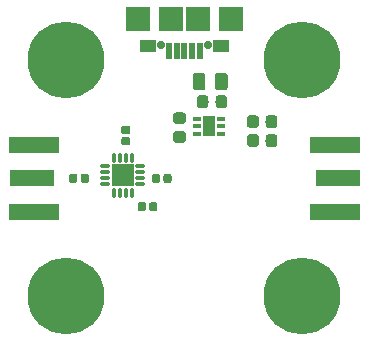
<source format=gbr>
G04 #@! TF.GenerationSoftware,KiCad,Pcbnew,(5.1.2)-1*
G04 #@! TF.CreationDate,2019-06-19T11:16:05+10:00*
G04 #@! TF.ProjectId,Ecal,4563616c-2e6b-4696-9361-645f70636258,rev?*
G04 #@! TF.SameCoordinates,Original*
G04 #@! TF.FileFunction,Soldermask,Top*
G04 #@! TF.FilePolarity,Negative*
%FSLAX46Y46*%
G04 Gerber Fmt 4.6, Leading zero omitted, Abs format (unit mm)*
G04 Created by KiCad (PCBNEW (5.1.2)-1) date 2019-06-19 11:16:05*
%MOMM*%
%LPD*%
G04 APERTURE LIST*
%ADD10R,1.902000X1.902000*%
%ADD11O,0.402000X0.852000*%
%ADD12O,0.852000X0.402000*%
%ADD13R,1.102000X1.702000*%
%ADD14R,0.752000X0.452000*%
%ADD15C,0.100000*%
%ADD16C,0.692000*%
%ADD17C,0.977000*%
%ADD18R,4.302000X1.452000*%
%ADD19R,3.702000X1.372000*%
%ADD20R,0.502000X1.452000*%
%ADD21C,0.702000*%
%ADD22R,1.452000X1.102000*%
%ADD23R,2.002000X2.002000*%
%ADD24C,0.902000*%
%ADD25C,6.502000*%
%ADD26C,1.077000*%
G04 APERTURE END LIST*
D10*
X94800000Y-119750000D03*
D11*
X95550000Y-121225000D03*
X95050000Y-121225000D03*
X94550000Y-121225000D03*
X94050000Y-121225000D03*
D12*
X93325000Y-120500000D03*
X93325000Y-120000000D03*
X93325000Y-119500000D03*
X93325000Y-119000000D03*
D11*
X94050000Y-118275000D03*
X94550000Y-118275000D03*
X95050000Y-118275000D03*
X95550000Y-118275000D03*
D12*
X96275000Y-119000000D03*
X96275000Y-119500000D03*
X96275000Y-120000000D03*
X96275000Y-120500000D03*
D13*
X102100000Y-115600000D03*
D14*
X103150000Y-114950000D03*
X103150000Y-115600000D03*
X103150000Y-116250000D03*
X101050000Y-116250000D03*
X101050000Y-115600000D03*
X101050000Y-114950000D03*
D15*
G36*
X95264957Y-115554833D02*
G01*
X95281751Y-115557324D01*
X95298219Y-115561449D01*
X95314204Y-115567169D01*
X95329552Y-115574428D01*
X95344114Y-115583156D01*
X95357750Y-115593269D01*
X95370329Y-115604671D01*
X95381731Y-115617250D01*
X95391844Y-115630886D01*
X95400572Y-115645448D01*
X95407831Y-115660796D01*
X95413551Y-115676781D01*
X95417676Y-115693249D01*
X95420167Y-115710043D01*
X95421000Y-115727000D01*
X95421000Y-116073000D01*
X95420167Y-116089957D01*
X95417676Y-116106751D01*
X95413551Y-116123219D01*
X95407831Y-116139204D01*
X95400572Y-116154552D01*
X95391844Y-116169114D01*
X95381731Y-116182750D01*
X95370329Y-116195329D01*
X95357750Y-116206731D01*
X95344114Y-116216844D01*
X95329552Y-116225572D01*
X95314204Y-116232831D01*
X95298219Y-116238551D01*
X95281751Y-116242676D01*
X95264957Y-116245167D01*
X95248000Y-116246000D01*
X94852000Y-116246000D01*
X94835043Y-116245167D01*
X94818249Y-116242676D01*
X94801781Y-116238551D01*
X94785796Y-116232831D01*
X94770448Y-116225572D01*
X94755886Y-116216844D01*
X94742250Y-116206731D01*
X94729671Y-116195329D01*
X94718269Y-116182750D01*
X94708156Y-116169114D01*
X94699428Y-116154552D01*
X94692169Y-116139204D01*
X94686449Y-116123219D01*
X94682324Y-116106751D01*
X94679833Y-116089957D01*
X94679000Y-116073000D01*
X94679000Y-115727000D01*
X94679833Y-115710043D01*
X94682324Y-115693249D01*
X94686449Y-115676781D01*
X94692169Y-115660796D01*
X94699428Y-115645448D01*
X94708156Y-115630886D01*
X94718269Y-115617250D01*
X94729671Y-115604671D01*
X94742250Y-115593269D01*
X94755886Y-115583156D01*
X94770448Y-115574428D01*
X94785796Y-115567169D01*
X94801781Y-115561449D01*
X94818249Y-115557324D01*
X94835043Y-115554833D01*
X94852000Y-115554000D01*
X95248000Y-115554000D01*
X95264957Y-115554833D01*
X95264957Y-115554833D01*
G37*
D16*
X95050000Y-115900000D03*
D15*
G36*
X95264957Y-116524833D02*
G01*
X95281751Y-116527324D01*
X95298219Y-116531449D01*
X95314204Y-116537169D01*
X95329552Y-116544428D01*
X95344114Y-116553156D01*
X95357750Y-116563269D01*
X95370329Y-116574671D01*
X95381731Y-116587250D01*
X95391844Y-116600886D01*
X95400572Y-116615448D01*
X95407831Y-116630796D01*
X95413551Y-116646781D01*
X95417676Y-116663249D01*
X95420167Y-116680043D01*
X95421000Y-116697000D01*
X95421000Y-117043000D01*
X95420167Y-117059957D01*
X95417676Y-117076751D01*
X95413551Y-117093219D01*
X95407831Y-117109204D01*
X95400572Y-117124552D01*
X95391844Y-117139114D01*
X95381731Y-117152750D01*
X95370329Y-117165329D01*
X95357750Y-117176731D01*
X95344114Y-117186844D01*
X95329552Y-117195572D01*
X95314204Y-117202831D01*
X95298219Y-117208551D01*
X95281751Y-117212676D01*
X95264957Y-117215167D01*
X95248000Y-117216000D01*
X94852000Y-117216000D01*
X94835043Y-117215167D01*
X94818249Y-117212676D01*
X94801781Y-117208551D01*
X94785796Y-117202831D01*
X94770448Y-117195572D01*
X94755886Y-117186844D01*
X94742250Y-117176731D01*
X94729671Y-117165329D01*
X94718269Y-117152750D01*
X94708156Y-117139114D01*
X94699428Y-117124552D01*
X94692169Y-117109204D01*
X94686449Y-117093219D01*
X94682324Y-117076751D01*
X94679833Y-117059957D01*
X94679000Y-117043000D01*
X94679000Y-116697000D01*
X94679833Y-116680043D01*
X94682324Y-116663249D01*
X94686449Y-116646781D01*
X94692169Y-116630796D01*
X94699428Y-116615448D01*
X94708156Y-116600886D01*
X94718269Y-116587250D01*
X94729671Y-116574671D01*
X94742250Y-116563269D01*
X94755886Y-116553156D01*
X94770448Y-116544428D01*
X94785796Y-116537169D01*
X94801781Y-116531449D01*
X94818249Y-116527324D01*
X94835043Y-116524833D01*
X94852000Y-116524000D01*
X95248000Y-116524000D01*
X95264957Y-116524833D01*
X95264957Y-116524833D01*
G37*
D16*
X95050000Y-116870000D03*
D15*
G36*
X107655691Y-116275176D02*
G01*
X107679401Y-116278693D01*
X107702652Y-116284517D01*
X107725220Y-116292592D01*
X107746889Y-116302841D01*
X107767448Y-116315164D01*
X107786701Y-116329442D01*
X107804461Y-116345539D01*
X107820558Y-116363299D01*
X107834836Y-116382552D01*
X107847159Y-116403111D01*
X107857408Y-116424780D01*
X107865483Y-116447348D01*
X107871307Y-116470599D01*
X107874824Y-116494309D01*
X107876000Y-116518250D01*
X107876000Y-117081750D01*
X107874824Y-117105691D01*
X107871307Y-117129401D01*
X107865483Y-117152652D01*
X107857408Y-117175220D01*
X107847159Y-117196889D01*
X107834836Y-117217448D01*
X107820558Y-117236701D01*
X107804461Y-117254461D01*
X107786701Y-117270558D01*
X107767448Y-117284836D01*
X107746889Y-117297159D01*
X107725220Y-117307408D01*
X107702652Y-117315483D01*
X107679401Y-117321307D01*
X107655691Y-117324824D01*
X107631750Y-117326000D01*
X107143250Y-117326000D01*
X107119309Y-117324824D01*
X107095599Y-117321307D01*
X107072348Y-117315483D01*
X107049780Y-117307408D01*
X107028111Y-117297159D01*
X107007552Y-117284836D01*
X106988299Y-117270558D01*
X106970539Y-117254461D01*
X106954442Y-117236701D01*
X106940164Y-117217448D01*
X106927841Y-117196889D01*
X106917592Y-117175220D01*
X106909517Y-117152652D01*
X106903693Y-117129401D01*
X106900176Y-117105691D01*
X106899000Y-117081750D01*
X106899000Y-116518250D01*
X106900176Y-116494309D01*
X106903693Y-116470599D01*
X106909517Y-116447348D01*
X106917592Y-116424780D01*
X106927841Y-116403111D01*
X106940164Y-116382552D01*
X106954442Y-116363299D01*
X106970539Y-116345539D01*
X106988299Y-116329442D01*
X107007552Y-116315164D01*
X107028111Y-116302841D01*
X107049780Y-116292592D01*
X107072348Y-116284517D01*
X107095599Y-116278693D01*
X107119309Y-116275176D01*
X107143250Y-116274000D01*
X107631750Y-116274000D01*
X107655691Y-116275176D01*
X107655691Y-116275176D01*
G37*
D17*
X107387500Y-116800000D03*
D15*
G36*
X106080691Y-116275176D02*
G01*
X106104401Y-116278693D01*
X106127652Y-116284517D01*
X106150220Y-116292592D01*
X106171889Y-116302841D01*
X106192448Y-116315164D01*
X106211701Y-116329442D01*
X106229461Y-116345539D01*
X106245558Y-116363299D01*
X106259836Y-116382552D01*
X106272159Y-116403111D01*
X106282408Y-116424780D01*
X106290483Y-116447348D01*
X106296307Y-116470599D01*
X106299824Y-116494309D01*
X106301000Y-116518250D01*
X106301000Y-117081750D01*
X106299824Y-117105691D01*
X106296307Y-117129401D01*
X106290483Y-117152652D01*
X106282408Y-117175220D01*
X106272159Y-117196889D01*
X106259836Y-117217448D01*
X106245558Y-117236701D01*
X106229461Y-117254461D01*
X106211701Y-117270558D01*
X106192448Y-117284836D01*
X106171889Y-117297159D01*
X106150220Y-117307408D01*
X106127652Y-117315483D01*
X106104401Y-117321307D01*
X106080691Y-117324824D01*
X106056750Y-117326000D01*
X105568250Y-117326000D01*
X105544309Y-117324824D01*
X105520599Y-117321307D01*
X105497348Y-117315483D01*
X105474780Y-117307408D01*
X105453111Y-117297159D01*
X105432552Y-117284836D01*
X105413299Y-117270558D01*
X105395539Y-117254461D01*
X105379442Y-117236701D01*
X105365164Y-117217448D01*
X105352841Y-117196889D01*
X105342592Y-117175220D01*
X105334517Y-117152652D01*
X105328693Y-117129401D01*
X105325176Y-117105691D01*
X105324000Y-117081750D01*
X105324000Y-116518250D01*
X105325176Y-116494309D01*
X105328693Y-116470599D01*
X105334517Y-116447348D01*
X105342592Y-116424780D01*
X105352841Y-116403111D01*
X105365164Y-116382552D01*
X105379442Y-116363299D01*
X105395539Y-116345539D01*
X105413299Y-116329442D01*
X105432552Y-116315164D01*
X105453111Y-116302841D01*
X105474780Y-116292592D01*
X105497348Y-116284517D01*
X105520599Y-116278693D01*
X105544309Y-116275176D01*
X105568250Y-116274000D01*
X106056750Y-116274000D01*
X106080691Y-116275176D01*
X106080691Y-116275176D01*
G37*
D17*
X105812500Y-116800000D03*
D18*
X112800000Y-122825000D03*
X112800000Y-117175000D03*
D19*
X113000000Y-120000000D03*
D18*
X87300000Y-117175000D03*
X87300000Y-122825000D03*
D19*
X87100000Y-120000000D03*
D20*
X100650000Y-109225000D03*
X101300000Y-109225000D03*
X99350000Y-109225000D03*
X98700000Y-109225000D03*
D21*
X98000000Y-108680000D03*
X102000000Y-108680000D03*
D20*
X100000000Y-109225000D03*
D22*
X103100000Y-108800000D03*
X96900000Y-108800000D03*
D23*
X96050000Y-106550000D03*
X103950000Y-106550000D03*
X101150000Y-106550000D03*
X98850000Y-106550000D03*
D24*
X111697056Y-128302944D03*
X110000000Y-127600000D03*
X108302944Y-128302944D03*
X107600000Y-130000000D03*
X108302944Y-131697056D03*
X110000000Y-132400000D03*
X111697056Y-131697056D03*
X112400000Y-130000000D03*
D25*
X110000000Y-130000000D03*
D24*
X91697056Y-128302944D03*
X90000000Y-127600000D03*
X88302944Y-128302944D03*
X87600000Y-130000000D03*
X88302944Y-131697056D03*
X90000000Y-132400000D03*
X91697056Y-131697056D03*
X92400000Y-130000000D03*
D25*
X90000000Y-130000000D03*
D24*
X91697056Y-108302944D03*
X90000000Y-107600000D03*
X88302944Y-108302944D03*
X87600000Y-110000000D03*
X88302944Y-111697056D03*
X90000000Y-112400000D03*
X91697056Y-111697056D03*
X92400000Y-110000000D03*
D25*
X90000000Y-110000000D03*
D24*
X111697056Y-108302944D03*
X110000000Y-107600000D03*
X108302944Y-108302944D03*
X107600000Y-110000000D03*
X108302944Y-111697056D03*
X110000000Y-112400000D03*
X111697056Y-111697056D03*
X112400000Y-110000000D03*
D25*
X110000000Y-110000000D03*
D15*
G36*
X101558141Y-111050297D02*
G01*
X101584278Y-111054174D01*
X101609909Y-111060594D01*
X101634788Y-111069495D01*
X101658674Y-111080793D01*
X101681337Y-111094377D01*
X101702560Y-111110117D01*
X101722139Y-111127861D01*
X101739883Y-111147440D01*
X101755623Y-111168663D01*
X101769207Y-111191326D01*
X101780505Y-111215212D01*
X101789406Y-111240091D01*
X101795826Y-111265722D01*
X101799703Y-111291859D01*
X101801000Y-111318250D01*
X101801000Y-112281750D01*
X101799703Y-112308141D01*
X101795826Y-112334278D01*
X101789406Y-112359909D01*
X101780505Y-112384788D01*
X101769207Y-112408674D01*
X101755623Y-112431337D01*
X101739883Y-112452560D01*
X101722139Y-112472139D01*
X101702560Y-112489883D01*
X101681337Y-112505623D01*
X101658674Y-112519207D01*
X101634788Y-112530505D01*
X101609909Y-112539406D01*
X101584278Y-112545826D01*
X101558141Y-112549703D01*
X101531750Y-112551000D01*
X100993250Y-112551000D01*
X100966859Y-112549703D01*
X100940722Y-112545826D01*
X100915091Y-112539406D01*
X100890212Y-112530505D01*
X100866326Y-112519207D01*
X100843663Y-112505623D01*
X100822440Y-112489883D01*
X100802861Y-112472139D01*
X100785117Y-112452560D01*
X100769377Y-112431337D01*
X100755793Y-112408674D01*
X100744495Y-112384788D01*
X100735594Y-112359909D01*
X100729174Y-112334278D01*
X100725297Y-112308141D01*
X100724000Y-112281750D01*
X100724000Y-111318250D01*
X100725297Y-111291859D01*
X100729174Y-111265722D01*
X100735594Y-111240091D01*
X100744495Y-111215212D01*
X100755793Y-111191326D01*
X100769377Y-111168663D01*
X100785117Y-111147440D01*
X100802861Y-111127861D01*
X100822440Y-111110117D01*
X100843663Y-111094377D01*
X100866326Y-111080793D01*
X100890212Y-111069495D01*
X100915091Y-111060594D01*
X100940722Y-111054174D01*
X100966859Y-111050297D01*
X100993250Y-111049000D01*
X101531750Y-111049000D01*
X101558141Y-111050297D01*
X101558141Y-111050297D01*
G37*
D26*
X101262500Y-111800000D03*
D15*
G36*
X103433141Y-111050297D02*
G01*
X103459278Y-111054174D01*
X103484909Y-111060594D01*
X103509788Y-111069495D01*
X103533674Y-111080793D01*
X103556337Y-111094377D01*
X103577560Y-111110117D01*
X103597139Y-111127861D01*
X103614883Y-111147440D01*
X103630623Y-111168663D01*
X103644207Y-111191326D01*
X103655505Y-111215212D01*
X103664406Y-111240091D01*
X103670826Y-111265722D01*
X103674703Y-111291859D01*
X103676000Y-111318250D01*
X103676000Y-112281750D01*
X103674703Y-112308141D01*
X103670826Y-112334278D01*
X103664406Y-112359909D01*
X103655505Y-112384788D01*
X103644207Y-112408674D01*
X103630623Y-112431337D01*
X103614883Y-112452560D01*
X103597139Y-112472139D01*
X103577560Y-112489883D01*
X103556337Y-112505623D01*
X103533674Y-112519207D01*
X103509788Y-112530505D01*
X103484909Y-112539406D01*
X103459278Y-112545826D01*
X103433141Y-112549703D01*
X103406750Y-112551000D01*
X102868250Y-112551000D01*
X102841859Y-112549703D01*
X102815722Y-112545826D01*
X102790091Y-112539406D01*
X102765212Y-112530505D01*
X102741326Y-112519207D01*
X102718663Y-112505623D01*
X102697440Y-112489883D01*
X102677861Y-112472139D01*
X102660117Y-112452560D01*
X102644377Y-112431337D01*
X102630793Y-112408674D01*
X102619495Y-112384788D01*
X102610594Y-112359909D01*
X102604174Y-112334278D01*
X102600297Y-112308141D01*
X102599000Y-112281750D01*
X102599000Y-111318250D01*
X102600297Y-111291859D01*
X102604174Y-111265722D01*
X102610594Y-111240091D01*
X102619495Y-111215212D01*
X102630793Y-111191326D01*
X102644377Y-111168663D01*
X102660117Y-111147440D01*
X102677861Y-111127861D01*
X102697440Y-111110117D01*
X102718663Y-111094377D01*
X102741326Y-111080793D01*
X102765212Y-111069495D01*
X102790091Y-111060594D01*
X102815722Y-111054174D01*
X102841859Y-111050297D01*
X102868250Y-111049000D01*
X103406750Y-111049000D01*
X103433141Y-111050297D01*
X103433141Y-111050297D01*
G37*
D26*
X103137500Y-111800000D03*
D15*
G36*
X107655691Y-114675176D02*
G01*
X107679401Y-114678693D01*
X107702652Y-114684517D01*
X107725220Y-114692592D01*
X107746889Y-114702841D01*
X107767448Y-114715164D01*
X107786701Y-114729442D01*
X107804461Y-114745539D01*
X107820558Y-114763299D01*
X107834836Y-114782552D01*
X107847159Y-114803111D01*
X107857408Y-114824780D01*
X107865483Y-114847348D01*
X107871307Y-114870599D01*
X107874824Y-114894309D01*
X107876000Y-114918250D01*
X107876000Y-115481750D01*
X107874824Y-115505691D01*
X107871307Y-115529401D01*
X107865483Y-115552652D01*
X107857408Y-115575220D01*
X107847159Y-115596889D01*
X107834836Y-115617448D01*
X107820558Y-115636701D01*
X107804461Y-115654461D01*
X107786701Y-115670558D01*
X107767448Y-115684836D01*
X107746889Y-115697159D01*
X107725220Y-115707408D01*
X107702652Y-115715483D01*
X107679401Y-115721307D01*
X107655691Y-115724824D01*
X107631750Y-115726000D01*
X107143250Y-115726000D01*
X107119309Y-115724824D01*
X107095599Y-115721307D01*
X107072348Y-115715483D01*
X107049780Y-115707408D01*
X107028111Y-115697159D01*
X107007552Y-115684836D01*
X106988299Y-115670558D01*
X106970539Y-115654461D01*
X106954442Y-115636701D01*
X106940164Y-115617448D01*
X106927841Y-115596889D01*
X106917592Y-115575220D01*
X106909517Y-115552652D01*
X106903693Y-115529401D01*
X106900176Y-115505691D01*
X106899000Y-115481750D01*
X106899000Y-114918250D01*
X106900176Y-114894309D01*
X106903693Y-114870599D01*
X106909517Y-114847348D01*
X106917592Y-114824780D01*
X106927841Y-114803111D01*
X106940164Y-114782552D01*
X106954442Y-114763299D01*
X106970539Y-114745539D01*
X106988299Y-114729442D01*
X107007552Y-114715164D01*
X107028111Y-114702841D01*
X107049780Y-114692592D01*
X107072348Y-114684517D01*
X107095599Y-114678693D01*
X107119309Y-114675176D01*
X107143250Y-114674000D01*
X107631750Y-114674000D01*
X107655691Y-114675176D01*
X107655691Y-114675176D01*
G37*
D17*
X107387500Y-115200000D03*
D15*
G36*
X106080691Y-114675176D02*
G01*
X106104401Y-114678693D01*
X106127652Y-114684517D01*
X106150220Y-114692592D01*
X106171889Y-114702841D01*
X106192448Y-114715164D01*
X106211701Y-114729442D01*
X106229461Y-114745539D01*
X106245558Y-114763299D01*
X106259836Y-114782552D01*
X106272159Y-114803111D01*
X106282408Y-114824780D01*
X106290483Y-114847348D01*
X106296307Y-114870599D01*
X106299824Y-114894309D01*
X106301000Y-114918250D01*
X106301000Y-115481750D01*
X106299824Y-115505691D01*
X106296307Y-115529401D01*
X106290483Y-115552652D01*
X106282408Y-115575220D01*
X106272159Y-115596889D01*
X106259836Y-115617448D01*
X106245558Y-115636701D01*
X106229461Y-115654461D01*
X106211701Y-115670558D01*
X106192448Y-115684836D01*
X106171889Y-115697159D01*
X106150220Y-115707408D01*
X106127652Y-115715483D01*
X106104401Y-115721307D01*
X106080691Y-115724824D01*
X106056750Y-115726000D01*
X105568250Y-115726000D01*
X105544309Y-115724824D01*
X105520599Y-115721307D01*
X105497348Y-115715483D01*
X105474780Y-115707408D01*
X105453111Y-115697159D01*
X105432552Y-115684836D01*
X105413299Y-115670558D01*
X105395539Y-115654461D01*
X105379442Y-115636701D01*
X105365164Y-115617448D01*
X105352841Y-115596889D01*
X105342592Y-115575220D01*
X105334517Y-115552652D01*
X105328693Y-115529401D01*
X105325176Y-115505691D01*
X105324000Y-115481750D01*
X105324000Y-114918250D01*
X105325176Y-114894309D01*
X105328693Y-114870599D01*
X105334517Y-114847348D01*
X105342592Y-114824780D01*
X105352841Y-114803111D01*
X105365164Y-114782552D01*
X105379442Y-114763299D01*
X105395539Y-114745539D01*
X105413299Y-114729442D01*
X105432552Y-114715164D01*
X105453111Y-114702841D01*
X105474780Y-114692592D01*
X105497348Y-114684517D01*
X105520599Y-114678693D01*
X105544309Y-114675176D01*
X105568250Y-114674000D01*
X106056750Y-114674000D01*
X106080691Y-114675176D01*
X106080691Y-114675176D01*
G37*
D17*
X105812500Y-115200000D03*
D15*
G36*
X96604957Y-122029833D02*
G01*
X96621751Y-122032324D01*
X96638219Y-122036449D01*
X96654204Y-122042169D01*
X96669552Y-122049428D01*
X96684114Y-122058156D01*
X96697750Y-122068269D01*
X96710329Y-122079671D01*
X96721731Y-122092250D01*
X96731844Y-122105886D01*
X96740572Y-122120448D01*
X96747831Y-122135796D01*
X96753551Y-122151781D01*
X96757676Y-122168249D01*
X96760167Y-122185043D01*
X96761000Y-122202000D01*
X96761000Y-122598000D01*
X96760167Y-122614957D01*
X96757676Y-122631751D01*
X96753551Y-122648219D01*
X96747831Y-122664204D01*
X96740572Y-122679552D01*
X96731844Y-122694114D01*
X96721731Y-122707750D01*
X96710329Y-122720329D01*
X96697750Y-122731731D01*
X96684114Y-122741844D01*
X96669552Y-122750572D01*
X96654204Y-122757831D01*
X96638219Y-122763551D01*
X96621751Y-122767676D01*
X96604957Y-122770167D01*
X96588000Y-122771000D01*
X96242000Y-122771000D01*
X96225043Y-122770167D01*
X96208249Y-122767676D01*
X96191781Y-122763551D01*
X96175796Y-122757831D01*
X96160448Y-122750572D01*
X96145886Y-122741844D01*
X96132250Y-122731731D01*
X96119671Y-122720329D01*
X96108269Y-122707750D01*
X96098156Y-122694114D01*
X96089428Y-122679552D01*
X96082169Y-122664204D01*
X96076449Y-122648219D01*
X96072324Y-122631751D01*
X96069833Y-122614957D01*
X96069000Y-122598000D01*
X96069000Y-122202000D01*
X96069833Y-122185043D01*
X96072324Y-122168249D01*
X96076449Y-122151781D01*
X96082169Y-122135796D01*
X96089428Y-122120448D01*
X96098156Y-122105886D01*
X96108269Y-122092250D01*
X96119671Y-122079671D01*
X96132250Y-122068269D01*
X96145886Y-122058156D01*
X96160448Y-122049428D01*
X96175796Y-122042169D01*
X96191781Y-122036449D01*
X96208249Y-122032324D01*
X96225043Y-122029833D01*
X96242000Y-122029000D01*
X96588000Y-122029000D01*
X96604957Y-122029833D01*
X96604957Y-122029833D01*
G37*
D16*
X96415000Y-122400000D03*
D15*
G36*
X97574957Y-122029833D02*
G01*
X97591751Y-122032324D01*
X97608219Y-122036449D01*
X97624204Y-122042169D01*
X97639552Y-122049428D01*
X97654114Y-122058156D01*
X97667750Y-122068269D01*
X97680329Y-122079671D01*
X97691731Y-122092250D01*
X97701844Y-122105886D01*
X97710572Y-122120448D01*
X97717831Y-122135796D01*
X97723551Y-122151781D01*
X97727676Y-122168249D01*
X97730167Y-122185043D01*
X97731000Y-122202000D01*
X97731000Y-122598000D01*
X97730167Y-122614957D01*
X97727676Y-122631751D01*
X97723551Y-122648219D01*
X97717831Y-122664204D01*
X97710572Y-122679552D01*
X97701844Y-122694114D01*
X97691731Y-122707750D01*
X97680329Y-122720329D01*
X97667750Y-122731731D01*
X97654114Y-122741844D01*
X97639552Y-122750572D01*
X97624204Y-122757831D01*
X97608219Y-122763551D01*
X97591751Y-122767676D01*
X97574957Y-122770167D01*
X97558000Y-122771000D01*
X97212000Y-122771000D01*
X97195043Y-122770167D01*
X97178249Y-122767676D01*
X97161781Y-122763551D01*
X97145796Y-122757831D01*
X97130448Y-122750572D01*
X97115886Y-122741844D01*
X97102250Y-122731731D01*
X97089671Y-122720329D01*
X97078269Y-122707750D01*
X97068156Y-122694114D01*
X97059428Y-122679552D01*
X97052169Y-122664204D01*
X97046449Y-122648219D01*
X97042324Y-122631751D01*
X97039833Y-122614957D01*
X97039000Y-122598000D01*
X97039000Y-122202000D01*
X97039833Y-122185043D01*
X97042324Y-122168249D01*
X97046449Y-122151781D01*
X97052169Y-122135796D01*
X97059428Y-122120448D01*
X97068156Y-122105886D01*
X97078269Y-122092250D01*
X97089671Y-122079671D01*
X97102250Y-122068269D01*
X97115886Y-122058156D01*
X97130448Y-122049428D01*
X97145796Y-122042169D01*
X97161781Y-122036449D01*
X97178249Y-122032324D01*
X97195043Y-122029833D01*
X97212000Y-122029000D01*
X97558000Y-122029000D01*
X97574957Y-122029833D01*
X97574957Y-122029833D01*
G37*
D16*
X97385000Y-122400000D03*
D15*
G36*
X97804957Y-119629833D02*
G01*
X97821751Y-119632324D01*
X97838219Y-119636449D01*
X97854204Y-119642169D01*
X97869552Y-119649428D01*
X97884114Y-119658156D01*
X97897750Y-119668269D01*
X97910329Y-119679671D01*
X97921731Y-119692250D01*
X97931844Y-119705886D01*
X97940572Y-119720448D01*
X97947831Y-119735796D01*
X97953551Y-119751781D01*
X97957676Y-119768249D01*
X97960167Y-119785043D01*
X97961000Y-119802000D01*
X97961000Y-120198000D01*
X97960167Y-120214957D01*
X97957676Y-120231751D01*
X97953551Y-120248219D01*
X97947831Y-120264204D01*
X97940572Y-120279552D01*
X97931844Y-120294114D01*
X97921731Y-120307750D01*
X97910329Y-120320329D01*
X97897750Y-120331731D01*
X97884114Y-120341844D01*
X97869552Y-120350572D01*
X97854204Y-120357831D01*
X97838219Y-120363551D01*
X97821751Y-120367676D01*
X97804957Y-120370167D01*
X97788000Y-120371000D01*
X97442000Y-120371000D01*
X97425043Y-120370167D01*
X97408249Y-120367676D01*
X97391781Y-120363551D01*
X97375796Y-120357831D01*
X97360448Y-120350572D01*
X97345886Y-120341844D01*
X97332250Y-120331731D01*
X97319671Y-120320329D01*
X97308269Y-120307750D01*
X97298156Y-120294114D01*
X97289428Y-120279552D01*
X97282169Y-120264204D01*
X97276449Y-120248219D01*
X97272324Y-120231751D01*
X97269833Y-120214957D01*
X97269000Y-120198000D01*
X97269000Y-119802000D01*
X97269833Y-119785043D01*
X97272324Y-119768249D01*
X97276449Y-119751781D01*
X97282169Y-119735796D01*
X97289428Y-119720448D01*
X97298156Y-119705886D01*
X97308269Y-119692250D01*
X97319671Y-119679671D01*
X97332250Y-119668269D01*
X97345886Y-119658156D01*
X97360448Y-119649428D01*
X97375796Y-119642169D01*
X97391781Y-119636449D01*
X97408249Y-119632324D01*
X97425043Y-119629833D01*
X97442000Y-119629000D01*
X97788000Y-119629000D01*
X97804957Y-119629833D01*
X97804957Y-119629833D01*
G37*
D16*
X97615000Y-120000000D03*
D15*
G36*
X98774957Y-119629833D02*
G01*
X98791751Y-119632324D01*
X98808219Y-119636449D01*
X98824204Y-119642169D01*
X98839552Y-119649428D01*
X98854114Y-119658156D01*
X98867750Y-119668269D01*
X98880329Y-119679671D01*
X98891731Y-119692250D01*
X98901844Y-119705886D01*
X98910572Y-119720448D01*
X98917831Y-119735796D01*
X98923551Y-119751781D01*
X98927676Y-119768249D01*
X98930167Y-119785043D01*
X98931000Y-119802000D01*
X98931000Y-120198000D01*
X98930167Y-120214957D01*
X98927676Y-120231751D01*
X98923551Y-120248219D01*
X98917831Y-120264204D01*
X98910572Y-120279552D01*
X98901844Y-120294114D01*
X98891731Y-120307750D01*
X98880329Y-120320329D01*
X98867750Y-120331731D01*
X98854114Y-120341844D01*
X98839552Y-120350572D01*
X98824204Y-120357831D01*
X98808219Y-120363551D01*
X98791751Y-120367676D01*
X98774957Y-120370167D01*
X98758000Y-120371000D01*
X98412000Y-120371000D01*
X98395043Y-120370167D01*
X98378249Y-120367676D01*
X98361781Y-120363551D01*
X98345796Y-120357831D01*
X98330448Y-120350572D01*
X98315886Y-120341844D01*
X98302250Y-120331731D01*
X98289671Y-120320329D01*
X98278269Y-120307750D01*
X98268156Y-120294114D01*
X98259428Y-120279552D01*
X98252169Y-120264204D01*
X98246449Y-120248219D01*
X98242324Y-120231751D01*
X98239833Y-120214957D01*
X98239000Y-120198000D01*
X98239000Y-119802000D01*
X98239833Y-119785043D01*
X98242324Y-119768249D01*
X98246449Y-119751781D01*
X98252169Y-119735796D01*
X98259428Y-119720448D01*
X98268156Y-119705886D01*
X98278269Y-119692250D01*
X98289671Y-119679671D01*
X98302250Y-119668269D01*
X98315886Y-119658156D01*
X98330448Y-119649428D01*
X98345796Y-119642169D01*
X98361781Y-119636449D01*
X98378249Y-119632324D01*
X98395043Y-119629833D01*
X98412000Y-119629000D01*
X98758000Y-119629000D01*
X98774957Y-119629833D01*
X98774957Y-119629833D01*
G37*
D16*
X98585000Y-120000000D03*
D15*
G36*
X90804957Y-119629833D02*
G01*
X90821751Y-119632324D01*
X90838219Y-119636449D01*
X90854204Y-119642169D01*
X90869552Y-119649428D01*
X90884114Y-119658156D01*
X90897750Y-119668269D01*
X90910329Y-119679671D01*
X90921731Y-119692250D01*
X90931844Y-119705886D01*
X90940572Y-119720448D01*
X90947831Y-119735796D01*
X90953551Y-119751781D01*
X90957676Y-119768249D01*
X90960167Y-119785043D01*
X90961000Y-119802000D01*
X90961000Y-120198000D01*
X90960167Y-120214957D01*
X90957676Y-120231751D01*
X90953551Y-120248219D01*
X90947831Y-120264204D01*
X90940572Y-120279552D01*
X90931844Y-120294114D01*
X90921731Y-120307750D01*
X90910329Y-120320329D01*
X90897750Y-120331731D01*
X90884114Y-120341844D01*
X90869552Y-120350572D01*
X90854204Y-120357831D01*
X90838219Y-120363551D01*
X90821751Y-120367676D01*
X90804957Y-120370167D01*
X90788000Y-120371000D01*
X90442000Y-120371000D01*
X90425043Y-120370167D01*
X90408249Y-120367676D01*
X90391781Y-120363551D01*
X90375796Y-120357831D01*
X90360448Y-120350572D01*
X90345886Y-120341844D01*
X90332250Y-120331731D01*
X90319671Y-120320329D01*
X90308269Y-120307750D01*
X90298156Y-120294114D01*
X90289428Y-120279552D01*
X90282169Y-120264204D01*
X90276449Y-120248219D01*
X90272324Y-120231751D01*
X90269833Y-120214957D01*
X90269000Y-120198000D01*
X90269000Y-119802000D01*
X90269833Y-119785043D01*
X90272324Y-119768249D01*
X90276449Y-119751781D01*
X90282169Y-119735796D01*
X90289428Y-119720448D01*
X90298156Y-119705886D01*
X90308269Y-119692250D01*
X90319671Y-119679671D01*
X90332250Y-119668269D01*
X90345886Y-119658156D01*
X90360448Y-119649428D01*
X90375796Y-119642169D01*
X90391781Y-119636449D01*
X90408249Y-119632324D01*
X90425043Y-119629833D01*
X90442000Y-119629000D01*
X90788000Y-119629000D01*
X90804957Y-119629833D01*
X90804957Y-119629833D01*
G37*
D16*
X90615000Y-120000000D03*
D15*
G36*
X91774957Y-119629833D02*
G01*
X91791751Y-119632324D01*
X91808219Y-119636449D01*
X91824204Y-119642169D01*
X91839552Y-119649428D01*
X91854114Y-119658156D01*
X91867750Y-119668269D01*
X91880329Y-119679671D01*
X91891731Y-119692250D01*
X91901844Y-119705886D01*
X91910572Y-119720448D01*
X91917831Y-119735796D01*
X91923551Y-119751781D01*
X91927676Y-119768249D01*
X91930167Y-119785043D01*
X91931000Y-119802000D01*
X91931000Y-120198000D01*
X91930167Y-120214957D01*
X91927676Y-120231751D01*
X91923551Y-120248219D01*
X91917831Y-120264204D01*
X91910572Y-120279552D01*
X91901844Y-120294114D01*
X91891731Y-120307750D01*
X91880329Y-120320329D01*
X91867750Y-120331731D01*
X91854114Y-120341844D01*
X91839552Y-120350572D01*
X91824204Y-120357831D01*
X91808219Y-120363551D01*
X91791751Y-120367676D01*
X91774957Y-120370167D01*
X91758000Y-120371000D01*
X91412000Y-120371000D01*
X91395043Y-120370167D01*
X91378249Y-120367676D01*
X91361781Y-120363551D01*
X91345796Y-120357831D01*
X91330448Y-120350572D01*
X91315886Y-120341844D01*
X91302250Y-120331731D01*
X91289671Y-120320329D01*
X91278269Y-120307750D01*
X91268156Y-120294114D01*
X91259428Y-120279552D01*
X91252169Y-120264204D01*
X91246449Y-120248219D01*
X91242324Y-120231751D01*
X91239833Y-120214957D01*
X91239000Y-120198000D01*
X91239000Y-119802000D01*
X91239833Y-119785043D01*
X91242324Y-119768249D01*
X91246449Y-119751781D01*
X91252169Y-119735796D01*
X91259428Y-119720448D01*
X91268156Y-119705886D01*
X91278269Y-119692250D01*
X91289671Y-119679671D01*
X91302250Y-119668269D01*
X91315886Y-119658156D01*
X91330448Y-119649428D01*
X91345796Y-119642169D01*
X91361781Y-119636449D01*
X91378249Y-119632324D01*
X91395043Y-119629833D01*
X91412000Y-119629000D01*
X91758000Y-119629000D01*
X91774957Y-119629833D01*
X91774957Y-119629833D01*
G37*
D16*
X91585000Y-120000000D03*
D15*
G36*
X99905691Y-116000176D02*
G01*
X99929401Y-116003693D01*
X99952652Y-116009517D01*
X99975220Y-116017592D01*
X99996889Y-116027841D01*
X100017448Y-116040164D01*
X100036701Y-116054442D01*
X100054461Y-116070539D01*
X100070558Y-116088299D01*
X100084836Y-116107552D01*
X100097159Y-116128111D01*
X100107408Y-116149780D01*
X100115483Y-116172348D01*
X100121307Y-116195599D01*
X100124824Y-116219309D01*
X100126000Y-116243250D01*
X100126000Y-116731750D01*
X100124824Y-116755691D01*
X100121307Y-116779401D01*
X100115483Y-116802652D01*
X100107408Y-116825220D01*
X100097159Y-116846889D01*
X100084836Y-116867448D01*
X100070558Y-116886701D01*
X100054461Y-116904461D01*
X100036701Y-116920558D01*
X100017448Y-116934836D01*
X99996889Y-116947159D01*
X99975220Y-116957408D01*
X99952652Y-116965483D01*
X99929401Y-116971307D01*
X99905691Y-116974824D01*
X99881750Y-116976000D01*
X99318250Y-116976000D01*
X99294309Y-116974824D01*
X99270599Y-116971307D01*
X99247348Y-116965483D01*
X99224780Y-116957408D01*
X99203111Y-116947159D01*
X99182552Y-116934836D01*
X99163299Y-116920558D01*
X99145539Y-116904461D01*
X99129442Y-116886701D01*
X99115164Y-116867448D01*
X99102841Y-116846889D01*
X99092592Y-116825220D01*
X99084517Y-116802652D01*
X99078693Y-116779401D01*
X99075176Y-116755691D01*
X99074000Y-116731750D01*
X99074000Y-116243250D01*
X99075176Y-116219309D01*
X99078693Y-116195599D01*
X99084517Y-116172348D01*
X99092592Y-116149780D01*
X99102841Y-116128111D01*
X99115164Y-116107552D01*
X99129442Y-116088299D01*
X99145539Y-116070539D01*
X99163299Y-116054442D01*
X99182552Y-116040164D01*
X99203111Y-116027841D01*
X99224780Y-116017592D01*
X99247348Y-116009517D01*
X99270599Y-116003693D01*
X99294309Y-116000176D01*
X99318250Y-115999000D01*
X99881750Y-115999000D01*
X99905691Y-116000176D01*
X99905691Y-116000176D01*
G37*
D17*
X99600000Y-116487500D03*
D15*
G36*
X99905691Y-114425176D02*
G01*
X99929401Y-114428693D01*
X99952652Y-114434517D01*
X99975220Y-114442592D01*
X99996889Y-114452841D01*
X100017448Y-114465164D01*
X100036701Y-114479442D01*
X100054461Y-114495539D01*
X100070558Y-114513299D01*
X100084836Y-114532552D01*
X100097159Y-114553111D01*
X100107408Y-114574780D01*
X100115483Y-114597348D01*
X100121307Y-114620599D01*
X100124824Y-114644309D01*
X100126000Y-114668250D01*
X100126000Y-115156750D01*
X100124824Y-115180691D01*
X100121307Y-115204401D01*
X100115483Y-115227652D01*
X100107408Y-115250220D01*
X100097159Y-115271889D01*
X100084836Y-115292448D01*
X100070558Y-115311701D01*
X100054461Y-115329461D01*
X100036701Y-115345558D01*
X100017448Y-115359836D01*
X99996889Y-115372159D01*
X99975220Y-115382408D01*
X99952652Y-115390483D01*
X99929401Y-115396307D01*
X99905691Y-115399824D01*
X99881750Y-115401000D01*
X99318250Y-115401000D01*
X99294309Y-115399824D01*
X99270599Y-115396307D01*
X99247348Y-115390483D01*
X99224780Y-115382408D01*
X99203111Y-115372159D01*
X99182552Y-115359836D01*
X99163299Y-115345558D01*
X99145539Y-115329461D01*
X99129442Y-115311701D01*
X99115164Y-115292448D01*
X99102841Y-115271889D01*
X99092592Y-115250220D01*
X99084517Y-115227652D01*
X99078693Y-115204401D01*
X99075176Y-115180691D01*
X99074000Y-115156750D01*
X99074000Y-114668250D01*
X99075176Y-114644309D01*
X99078693Y-114620599D01*
X99084517Y-114597348D01*
X99092592Y-114574780D01*
X99102841Y-114553111D01*
X99115164Y-114532552D01*
X99129442Y-114513299D01*
X99145539Y-114495539D01*
X99163299Y-114479442D01*
X99182552Y-114465164D01*
X99203111Y-114452841D01*
X99224780Y-114442592D01*
X99247348Y-114434517D01*
X99270599Y-114428693D01*
X99294309Y-114425176D01*
X99318250Y-114424000D01*
X99881750Y-114424000D01*
X99905691Y-114425176D01*
X99905691Y-114425176D01*
G37*
D17*
X99600000Y-114912500D03*
D15*
G36*
X101830691Y-112975176D02*
G01*
X101854401Y-112978693D01*
X101877652Y-112984517D01*
X101900220Y-112992592D01*
X101921889Y-113002841D01*
X101942448Y-113015164D01*
X101961701Y-113029442D01*
X101979461Y-113045539D01*
X101995558Y-113063299D01*
X102009836Y-113082552D01*
X102022159Y-113103111D01*
X102032408Y-113124780D01*
X102040483Y-113147348D01*
X102046307Y-113170599D01*
X102049824Y-113194309D01*
X102051000Y-113218250D01*
X102051000Y-113781750D01*
X102049824Y-113805691D01*
X102046307Y-113829401D01*
X102040483Y-113852652D01*
X102032408Y-113875220D01*
X102022159Y-113896889D01*
X102009836Y-113917448D01*
X101995558Y-113936701D01*
X101979461Y-113954461D01*
X101961701Y-113970558D01*
X101942448Y-113984836D01*
X101921889Y-113997159D01*
X101900220Y-114007408D01*
X101877652Y-114015483D01*
X101854401Y-114021307D01*
X101830691Y-114024824D01*
X101806750Y-114026000D01*
X101318250Y-114026000D01*
X101294309Y-114024824D01*
X101270599Y-114021307D01*
X101247348Y-114015483D01*
X101224780Y-114007408D01*
X101203111Y-113997159D01*
X101182552Y-113984836D01*
X101163299Y-113970558D01*
X101145539Y-113954461D01*
X101129442Y-113936701D01*
X101115164Y-113917448D01*
X101102841Y-113896889D01*
X101092592Y-113875220D01*
X101084517Y-113852652D01*
X101078693Y-113829401D01*
X101075176Y-113805691D01*
X101074000Y-113781750D01*
X101074000Y-113218250D01*
X101075176Y-113194309D01*
X101078693Y-113170599D01*
X101084517Y-113147348D01*
X101092592Y-113124780D01*
X101102841Y-113103111D01*
X101115164Y-113082552D01*
X101129442Y-113063299D01*
X101145539Y-113045539D01*
X101163299Y-113029442D01*
X101182552Y-113015164D01*
X101203111Y-113002841D01*
X101224780Y-112992592D01*
X101247348Y-112984517D01*
X101270599Y-112978693D01*
X101294309Y-112975176D01*
X101318250Y-112974000D01*
X101806750Y-112974000D01*
X101830691Y-112975176D01*
X101830691Y-112975176D01*
G37*
D17*
X101562500Y-113500000D03*
D15*
G36*
X103405691Y-112975176D02*
G01*
X103429401Y-112978693D01*
X103452652Y-112984517D01*
X103475220Y-112992592D01*
X103496889Y-113002841D01*
X103517448Y-113015164D01*
X103536701Y-113029442D01*
X103554461Y-113045539D01*
X103570558Y-113063299D01*
X103584836Y-113082552D01*
X103597159Y-113103111D01*
X103607408Y-113124780D01*
X103615483Y-113147348D01*
X103621307Y-113170599D01*
X103624824Y-113194309D01*
X103626000Y-113218250D01*
X103626000Y-113781750D01*
X103624824Y-113805691D01*
X103621307Y-113829401D01*
X103615483Y-113852652D01*
X103607408Y-113875220D01*
X103597159Y-113896889D01*
X103584836Y-113917448D01*
X103570558Y-113936701D01*
X103554461Y-113954461D01*
X103536701Y-113970558D01*
X103517448Y-113984836D01*
X103496889Y-113997159D01*
X103475220Y-114007408D01*
X103452652Y-114015483D01*
X103429401Y-114021307D01*
X103405691Y-114024824D01*
X103381750Y-114026000D01*
X102893250Y-114026000D01*
X102869309Y-114024824D01*
X102845599Y-114021307D01*
X102822348Y-114015483D01*
X102799780Y-114007408D01*
X102778111Y-113997159D01*
X102757552Y-113984836D01*
X102738299Y-113970558D01*
X102720539Y-113954461D01*
X102704442Y-113936701D01*
X102690164Y-113917448D01*
X102677841Y-113896889D01*
X102667592Y-113875220D01*
X102659517Y-113852652D01*
X102653693Y-113829401D01*
X102650176Y-113805691D01*
X102649000Y-113781750D01*
X102649000Y-113218250D01*
X102650176Y-113194309D01*
X102653693Y-113170599D01*
X102659517Y-113147348D01*
X102667592Y-113124780D01*
X102677841Y-113103111D01*
X102690164Y-113082552D01*
X102704442Y-113063299D01*
X102720539Y-113045539D01*
X102738299Y-113029442D01*
X102757552Y-113015164D01*
X102778111Y-113002841D01*
X102799780Y-112992592D01*
X102822348Y-112984517D01*
X102845599Y-112978693D01*
X102869309Y-112975176D01*
X102893250Y-112974000D01*
X103381750Y-112974000D01*
X103405691Y-112975176D01*
X103405691Y-112975176D01*
G37*
D17*
X103137500Y-113500000D03*
M02*

</source>
